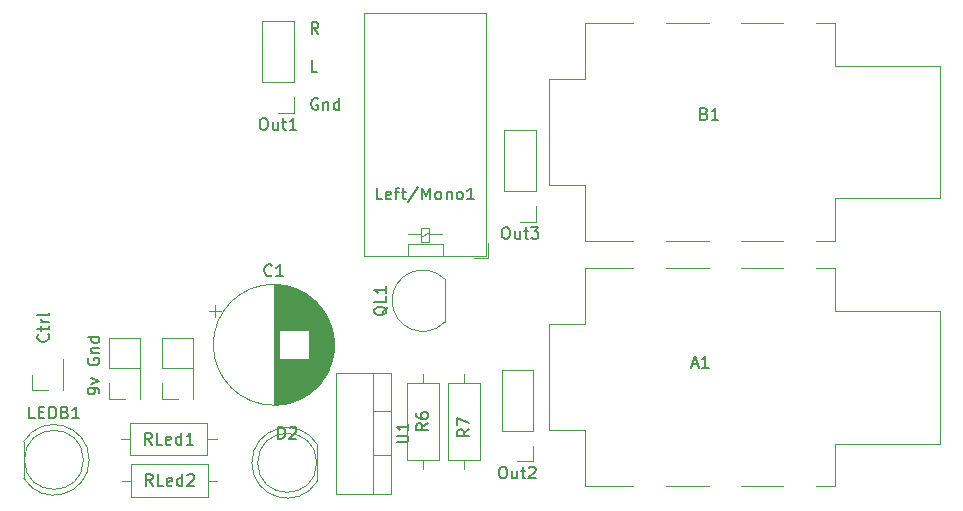
<source format=gbr>
%TF.GenerationSoftware,KiCad,Pcbnew,7.0.9*%
%TF.CreationDate,2023-12-28T12:30:11-05:00*%
%TF.ProjectId,IO,494f2e6b-6963-4616-945f-706362585858,rev?*%
%TF.SameCoordinates,Original*%
%TF.FileFunction,Legend,Top*%
%TF.FilePolarity,Positive*%
%FSLAX46Y46*%
G04 Gerber Fmt 4.6, Leading zero omitted, Abs format (unit mm)*
G04 Created by KiCad (PCBNEW 7.0.9) date 2023-12-28 12:30:11*
%MOMM*%
%LPD*%
G01*
G04 APERTURE LIST*
%ADD10C,0.150000*%
%ADD11C,0.120000*%
G04 APERTURE END LIST*
D10*
X122869819Y-110615601D02*
X122869819Y-110425125D01*
X122869819Y-110425125D02*
X122822200Y-110329887D01*
X122822200Y-110329887D02*
X122774580Y-110282268D01*
X122774580Y-110282268D02*
X122631723Y-110187030D01*
X122631723Y-110187030D02*
X122441247Y-110139411D01*
X122441247Y-110139411D02*
X122060295Y-110139411D01*
X122060295Y-110139411D02*
X121965057Y-110187030D01*
X121965057Y-110187030D02*
X121917438Y-110234649D01*
X121917438Y-110234649D02*
X121869819Y-110329887D01*
X121869819Y-110329887D02*
X121869819Y-110520363D01*
X121869819Y-110520363D02*
X121917438Y-110615601D01*
X121917438Y-110615601D02*
X121965057Y-110663220D01*
X121965057Y-110663220D02*
X122060295Y-110710839D01*
X122060295Y-110710839D02*
X122298390Y-110710839D01*
X122298390Y-110710839D02*
X122393628Y-110663220D01*
X122393628Y-110663220D02*
X122441247Y-110615601D01*
X122441247Y-110615601D02*
X122488866Y-110520363D01*
X122488866Y-110520363D02*
X122488866Y-110329887D01*
X122488866Y-110329887D02*
X122441247Y-110234649D01*
X122441247Y-110234649D02*
X122393628Y-110187030D01*
X122393628Y-110187030D02*
X122298390Y-110139411D01*
X122203152Y-109806077D02*
X122869819Y-109567982D01*
X122869819Y-109567982D02*
X122203152Y-109329887D01*
X121917438Y-107663220D02*
X121869819Y-107758458D01*
X121869819Y-107758458D02*
X121869819Y-107901315D01*
X121869819Y-107901315D02*
X121917438Y-108044172D01*
X121917438Y-108044172D02*
X122012676Y-108139410D01*
X122012676Y-108139410D02*
X122107914Y-108187029D01*
X122107914Y-108187029D02*
X122298390Y-108234648D01*
X122298390Y-108234648D02*
X122441247Y-108234648D01*
X122441247Y-108234648D02*
X122631723Y-108187029D01*
X122631723Y-108187029D02*
X122726961Y-108139410D01*
X122726961Y-108139410D02*
X122822200Y-108044172D01*
X122822200Y-108044172D02*
X122869819Y-107901315D01*
X122869819Y-107901315D02*
X122869819Y-107806077D01*
X122869819Y-107806077D02*
X122822200Y-107663220D01*
X122822200Y-107663220D02*
X122774580Y-107615601D01*
X122774580Y-107615601D02*
X122441247Y-107615601D01*
X122441247Y-107615601D02*
X122441247Y-107806077D01*
X122203152Y-107187029D02*
X122869819Y-107187029D01*
X122298390Y-107187029D02*
X122250771Y-107139410D01*
X122250771Y-107139410D02*
X122203152Y-107044172D01*
X122203152Y-107044172D02*
X122203152Y-106901315D01*
X122203152Y-106901315D02*
X122250771Y-106806077D01*
X122250771Y-106806077D02*
X122346009Y-106758458D01*
X122346009Y-106758458D02*
X122869819Y-106758458D01*
X122869819Y-105853696D02*
X121869819Y-105853696D01*
X122822200Y-105853696D02*
X122869819Y-105948934D01*
X122869819Y-105948934D02*
X122869819Y-106139410D01*
X122869819Y-106139410D02*
X122822200Y-106234648D01*
X122822200Y-106234648D02*
X122774580Y-106282267D01*
X122774580Y-106282267D02*
X122679342Y-106329886D01*
X122679342Y-106329886D02*
X122393628Y-106329886D01*
X122393628Y-106329886D02*
X122298390Y-106282267D01*
X122298390Y-106282267D02*
X122250771Y-106234648D01*
X122250771Y-106234648D02*
X122203152Y-106139410D01*
X122203152Y-106139410D02*
X122203152Y-105948934D01*
X122203152Y-105948934D02*
X122250771Y-105853696D01*
X118524580Y-105616792D02*
X118572200Y-105664411D01*
X118572200Y-105664411D02*
X118619819Y-105807268D01*
X118619819Y-105807268D02*
X118619819Y-105902506D01*
X118619819Y-105902506D02*
X118572200Y-106045363D01*
X118572200Y-106045363D02*
X118476961Y-106140601D01*
X118476961Y-106140601D02*
X118381723Y-106188220D01*
X118381723Y-106188220D02*
X118191247Y-106235839D01*
X118191247Y-106235839D02*
X118048390Y-106235839D01*
X118048390Y-106235839D02*
X117857914Y-106188220D01*
X117857914Y-106188220D02*
X117762676Y-106140601D01*
X117762676Y-106140601D02*
X117667438Y-106045363D01*
X117667438Y-106045363D02*
X117619819Y-105902506D01*
X117619819Y-105902506D02*
X117619819Y-105807268D01*
X117619819Y-105807268D02*
X117667438Y-105664411D01*
X117667438Y-105664411D02*
X117715057Y-105616792D01*
X117953152Y-105331077D02*
X117953152Y-104950125D01*
X117619819Y-105188220D02*
X118476961Y-105188220D01*
X118476961Y-105188220D02*
X118572200Y-105140601D01*
X118572200Y-105140601D02*
X118619819Y-105045363D01*
X118619819Y-105045363D02*
X118619819Y-104950125D01*
X118619819Y-104616791D02*
X117953152Y-104616791D01*
X118143628Y-104616791D02*
X118048390Y-104569172D01*
X118048390Y-104569172D02*
X118000771Y-104521553D01*
X118000771Y-104521553D02*
X117953152Y-104426315D01*
X117953152Y-104426315D02*
X117953152Y-104331077D01*
X118619819Y-103854886D02*
X118572200Y-103950124D01*
X118572200Y-103950124D02*
X118476961Y-103997743D01*
X118476961Y-103997743D02*
X117619819Y-103997743D01*
X141408207Y-80179819D02*
X141074874Y-79703628D01*
X140836779Y-80179819D02*
X140836779Y-79179819D01*
X140836779Y-79179819D02*
X141217731Y-79179819D01*
X141217731Y-79179819D02*
X141312969Y-79227438D01*
X141312969Y-79227438D02*
X141360588Y-79275057D01*
X141360588Y-79275057D02*
X141408207Y-79370295D01*
X141408207Y-79370295D02*
X141408207Y-79513152D01*
X141408207Y-79513152D02*
X141360588Y-79608390D01*
X141360588Y-79608390D02*
X141312969Y-79656009D01*
X141312969Y-79656009D02*
X141217731Y-79703628D01*
X141217731Y-79703628D02*
X140836779Y-79703628D01*
X141312969Y-83399819D02*
X140836779Y-83399819D01*
X140836779Y-83399819D02*
X140836779Y-82399819D01*
X141360588Y-85667438D02*
X141265350Y-85619819D01*
X141265350Y-85619819D02*
X141122493Y-85619819D01*
X141122493Y-85619819D02*
X140979636Y-85667438D01*
X140979636Y-85667438D02*
X140884398Y-85762676D01*
X140884398Y-85762676D02*
X140836779Y-85857914D01*
X140836779Y-85857914D02*
X140789160Y-86048390D01*
X140789160Y-86048390D02*
X140789160Y-86191247D01*
X140789160Y-86191247D02*
X140836779Y-86381723D01*
X140836779Y-86381723D02*
X140884398Y-86476961D01*
X140884398Y-86476961D02*
X140979636Y-86572200D01*
X140979636Y-86572200D02*
X141122493Y-86619819D01*
X141122493Y-86619819D02*
X141217731Y-86619819D01*
X141217731Y-86619819D02*
X141360588Y-86572200D01*
X141360588Y-86572200D02*
X141408207Y-86524580D01*
X141408207Y-86524580D02*
X141408207Y-86191247D01*
X141408207Y-86191247D02*
X141217731Y-86191247D01*
X141836779Y-85953152D02*
X141836779Y-86619819D01*
X141836779Y-86048390D02*
X141884398Y-86000771D01*
X141884398Y-86000771D02*
X141979636Y-85953152D01*
X141979636Y-85953152D02*
X142122493Y-85953152D01*
X142122493Y-85953152D02*
X142217731Y-86000771D01*
X142217731Y-86000771D02*
X142265350Y-86096009D01*
X142265350Y-86096009D02*
X142265350Y-86619819D01*
X143170112Y-86619819D02*
X143170112Y-85619819D01*
X143170112Y-86572200D02*
X143074874Y-86619819D01*
X143074874Y-86619819D02*
X142884398Y-86619819D01*
X142884398Y-86619819D02*
X142789160Y-86572200D01*
X142789160Y-86572200D02*
X142741541Y-86524580D01*
X142741541Y-86524580D02*
X142693922Y-86429342D01*
X142693922Y-86429342D02*
X142693922Y-86143628D01*
X142693922Y-86143628D02*
X142741541Y-86048390D01*
X142741541Y-86048390D02*
X142789160Y-86000771D01*
X142789160Y-86000771D02*
X142884398Y-85953152D01*
X142884398Y-85953152D02*
X143074874Y-85953152D01*
X143074874Y-85953152D02*
X143170112Y-86000771D01*
X174095238Y-86931009D02*
X174238095Y-86978628D01*
X174238095Y-86978628D02*
X174285714Y-87026247D01*
X174285714Y-87026247D02*
X174333333Y-87121485D01*
X174333333Y-87121485D02*
X174333333Y-87264342D01*
X174333333Y-87264342D02*
X174285714Y-87359580D01*
X174285714Y-87359580D02*
X174238095Y-87407200D01*
X174238095Y-87407200D02*
X174142857Y-87454819D01*
X174142857Y-87454819D02*
X173761905Y-87454819D01*
X173761905Y-87454819D02*
X173761905Y-86454819D01*
X173761905Y-86454819D02*
X174095238Y-86454819D01*
X174095238Y-86454819D02*
X174190476Y-86502438D01*
X174190476Y-86502438D02*
X174238095Y-86550057D01*
X174238095Y-86550057D02*
X174285714Y-86645295D01*
X174285714Y-86645295D02*
X174285714Y-86740533D01*
X174285714Y-86740533D02*
X174238095Y-86835771D01*
X174238095Y-86835771D02*
X174190476Y-86883390D01*
X174190476Y-86883390D02*
X174095238Y-86931009D01*
X174095238Y-86931009D02*
X173761905Y-86931009D01*
X175285714Y-87454819D02*
X174714286Y-87454819D01*
X175000000Y-87454819D02*
X175000000Y-86454819D01*
X175000000Y-86454819D02*
X174904762Y-86597676D01*
X174904762Y-86597676D02*
X174809524Y-86692914D01*
X174809524Y-86692914D02*
X174714286Y-86740533D01*
X154184819Y-113666666D02*
X153708628Y-113999999D01*
X154184819Y-114238094D02*
X153184819Y-114238094D01*
X153184819Y-114238094D02*
X153184819Y-113857142D01*
X153184819Y-113857142D02*
X153232438Y-113761904D01*
X153232438Y-113761904D02*
X153280057Y-113714285D01*
X153280057Y-113714285D02*
X153375295Y-113666666D01*
X153375295Y-113666666D02*
X153518152Y-113666666D01*
X153518152Y-113666666D02*
X153613390Y-113714285D01*
X153613390Y-113714285D02*
X153661009Y-113761904D01*
X153661009Y-113761904D02*
X153708628Y-113857142D01*
X153708628Y-113857142D02*
X153708628Y-114238094D01*
X153184819Y-113333332D02*
X153184819Y-112666666D01*
X153184819Y-112666666D02*
X154184819Y-113095237D01*
X147240057Y-103270000D02*
X147192438Y-103365238D01*
X147192438Y-103365238D02*
X147097200Y-103460476D01*
X147097200Y-103460476D02*
X146954342Y-103603333D01*
X146954342Y-103603333D02*
X146906723Y-103698571D01*
X146906723Y-103698571D02*
X146906723Y-103793809D01*
X147144819Y-103746190D02*
X147097200Y-103841428D01*
X147097200Y-103841428D02*
X147001961Y-103936666D01*
X147001961Y-103936666D02*
X146811485Y-103984285D01*
X146811485Y-103984285D02*
X146478152Y-103984285D01*
X146478152Y-103984285D02*
X146287676Y-103936666D01*
X146287676Y-103936666D02*
X146192438Y-103841428D01*
X146192438Y-103841428D02*
X146144819Y-103746190D01*
X146144819Y-103746190D02*
X146144819Y-103555714D01*
X146144819Y-103555714D02*
X146192438Y-103460476D01*
X146192438Y-103460476D02*
X146287676Y-103365238D01*
X146287676Y-103365238D02*
X146478152Y-103317619D01*
X146478152Y-103317619D02*
X146811485Y-103317619D01*
X146811485Y-103317619D02*
X147001961Y-103365238D01*
X147001961Y-103365238D02*
X147097200Y-103460476D01*
X147097200Y-103460476D02*
X147144819Y-103555714D01*
X147144819Y-103555714D02*
X147144819Y-103746190D01*
X147144819Y-102412857D02*
X147144819Y-102889047D01*
X147144819Y-102889047D02*
X146144819Y-102889047D01*
X147144819Y-101555714D02*
X147144819Y-102127142D01*
X147144819Y-101841428D02*
X146144819Y-101841428D01*
X146144819Y-101841428D02*
X146287676Y-101936666D01*
X146287676Y-101936666D02*
X146382914Y-102031904D01*
X146382914Y-102031904D02*
X146430533Y-102127142D01*
X117400952Y-112744819D02*
X116924762Y-112744819D01*
X116924762Y-112744819D02*
X116924762Y-111744819D01*
X117734286Y-112221009D02*
X118067619Y-112221009D01*
X118210476Y-112744819D02*
X117734286Y-112744819D01*
X117734286Y-112744819D02*
X117734286Y-111744819D01*
X117734286Y-111744819D02*
X118210476Y-111744819D01*
X118639048Y-112744819D02*
X118639048Y-111744819D01*
X118639048Y-111744819D02*
X118877143Y-111744819D01*
X118877143Y-111744819D02*
X119020000Y-111792438D01*
X119020000Y-111792438D02*
X119115238Y-111887676D01*
X119115238Y-111887676D02*
X119162857Y-111982914D01*
X119162857Y-111982914D02*
X119210476Y-112173390D01*
X119210476Y-112173390D02*
X119210476Y-112316247D01*
X119210476Y-112316247D02*
X119162857Y-112506723D01*
X119162857Y-112506723D02*
X119115238Y-112601961D01*
X119115238Y-112601961D02*
X119020000Y-112697200D01*
X119020000Y-112697200D02*
X118877143Y-112744819D01*
X118877143Y-112744819D02*
X118639048Y-112744819D01*
X119972381Y-112221009D02*
X120115238Y-112268628D01*
X120115238Y-112268628D02*
X120162857Y-112316247D01*
X120162857Y-112316247D02*
X120210476Y-112411485D01*
X120210476Y-112411485D02*
X120210476Y-112554342D01*
X120210476Y-112554342D02*
X120162857Y-112649580D01*
X120162857Y-112649580D02*
X120115238Y-112697200D01*
X120115238Y-112697200D02*
X120020000Y-112744819D01*
X120020000Y-112744819D02*
X119639048Y-112744819D01*
X119639048Y-112744819D02*
X119639048Y-111744819D01*
X119639048Y-111744819D02*
X119972381Y-111744819D01*
X119972381Y-111744819D02*
X120067619Y-111792438D01*
X120067619Y-111792438D02*
X120115238Y-111840057D01*
X120115238Y-111840057D02*
X120162857Y-111935295D01*
X120162857Y-111935295D02*
X120162857Y-112030533D01*
X120162857Y-112030533D02*
X120115238Y-112125771D01*
X120115238Y-112125771D02*
X120067619Y-112173390D01*
X120067619Y-112173390D02*
X119972381Y-112221009D01*
X119972381Y-112221009D02*
X119639048Y-112221009D01*
X121162857Y-112744819D02*
X120591429Y-112744819D01*
X120877143Y-112744819D02*
X120877143Y-111744819D01*
X120877143Y-111744819D02*
X120781905Y-111887676D01*
X120781905Y-111887676D02*
X120686667Y-111982914D01*
X120686667Y-111982914D02*
X120591429Y-112030533D01*
X157190476Y-96534819D02*
X157380952Y-96534819D01*
X157380952Y-96534819D02*
X157476190Y-96582438D01*
X157476190Y-96582438D02*
X157571428Y-96677676D01*
X157571428Y-96677676D02*
X157619047Y-96868152D01*
X157619047Y-96868152D02*
X157619047Y-97201485D01*
X157619047Y-97201485D02*
X157571428Y-97391961D01*
X157571428Y-97391961D02*
X157476190Y-97487200D01*
X157476190Y-97487200D02*
X157380952Y-97534819D01*
X157380952Y-97534819D02*
X157190476Y-97534819D01*
X157190476Y-97534819D02*
X157095238Y-97487200D01*
X157095238Y-97487200D02*
X157000000Y-97391961D01*
X157000000Y-97391961D02*
X156952381Y-97201485D01*
X156952381Y-97201485D02*
X156952381Y-96868152D01*
X156952381Y-96868152D02*
X157000000Y-96677676D01*
X157000000Y-96677676D02*
X157095238Y-96582438D01*
X157095238Y-96582438D02*
X157190476Y-96534819D01*
X158476190Y-96868152D02*
X158476190Y-97534819D01*
X158047619Y-96868152D02*
X158047619Y-97391961D01*
X158047619Y-97391961D02*
X158095238Y-97487200D01*
X158095238Y-97487200D02*
X158190476Y-97534819D01*
X158190476Y-97534819D02*
X158333333Y-97534819D01*
X158333333Y-97534819D02*
X158428571Y-97487200D01*
X158428571Y-97487200D02*
X158476190Y-97439580D01*
X158809524Y-96868152D02*
X159190476Y-96868152D01*
X158952381Y-96534819D02*
X158952381Y-97391961D01*
X158952381Y-97391961D02*
X159000000Y-97487200D01*
X159000000Y-97487200D02*
X159095238Y-97534819D01*
X159095238Y-97534819D02*
X159190476Y-97534819D01*
X159428572Y-96534819D02*
X160047619Y-96534819D01*
X160047619Y-96534819D02*
X159714286Y-96915771D01*
X159714286Y-96915771D02*
X159857143Y-96915771D01*
X159857143Y-96915771D02*
X159952381Y-96963390D01*
X159952381Y-96963390D02*
X160000000Y-97011009D01*
X160000000Y-97011009D02*
X160047619Y-97106247D01*
X160047619Y-97106247D02*
X160047619Y-97344342D01*
X160047619Y-97344342D02*
X160000000Y-97439580D01*
X160000000Y-97439580D02*
X159952381Y-97487200D01*
X159952381Y-97487200D02*
X159857143Y-97534819D01*
X159857143Y-97534819D02*
X159571429Y-97534819D01*
X159571429Y-97534819D02*
X159476191Y-97487200D01*
X159476191Y-97487200D02*
X159428572Y-97439580D01*
X127377618Y-118454819D02*
X127044285Y-117978628D01*
X126806190Y-118454819D02*
X126806190Y-117454819D01*
X126806190Y-117454819D02*
X127187142Y-117454819D01*
X127187142Y-117454819D02*
X127282380Y-117502438D01*
X127282380Y-117502438D02*
X127329999Y-117550057D01*
X127329999Y-117550057D02*
X127377618Y-117645295D01*
X127377618Y-117645295D02*
X127377618Y-117788152D01*
X127377618Y-117788152D02*
X127329999Y-117883390D01*
X127329999Y-117883390D02*
X127282380Y-117931009D01*
X127282380Y-117931009D02*
X127187142Y-117978628D01*
X127187142Y-117978628D02*
X126806190Y-117978628D01*
X128282380Y-118454819D02*
X127806190Y-118454819D01*
X127806190Y-118454819D02*
X127806190Y-117454819D01*
X128996666Y-118407200D02*
X128901428Y-118454819D01*
X128901428Y-118454819D02*
X128710952Y-118454819D01*
X128710952Y-118454819D02*
X128615714Y-118407200D01*
X128615714Y-118407200D02*
X128568095Y-118311961D01*
X128568095Y-118311961D02*
X128568095Y-117931009D01*
X128568095Y-117931009D02*
X128615714Y-117835771D01*
X128615714Y-117835771D02*
X128710952Y-117788152D01*
X128710952Y-117788152D02*
X128901428Y-117788152D01*
X128901428Y-117788152D02*
X128996666Y-117835771D01*
X128996666Y-117835771D02*
X129044285Y-117931009D01*
X129044285Y-117931009D02*
X129044285Y-118026247D01*
X129044285Y-118026247D02*
X128568095Y-118121485D01*
X129901428Y-118454819D02*
X129901428Y-117454819D01*
X129901428Y-118407200D02*
X129806190Y-118454819D01*
X129806190Y-118454819D02*
X129615714Y-118454819D01*
X129615714Y-118454819D02*
X129520476Y-118407200D01*
X129520476Y-118407200D02*
X129472857Y-118359580D01*
X129472857Y-118359580D02*
X129425238Y-118264342D01*
X129425238Y-118264342D02*
X129425238Y-117978628D01*
X129425238Y-117978628D02*
X129472857Y-117883390D01*
X129472857Y-117883390D02*
X129520476Y-117835771D01*
X129520476Y-117835771D02*
X129615714Y-117788152D01*
X129615714Y-117788152D02*
X129806190Y-117788152D01*
X129806190Y-117788152D02*
X129901428Y-117835771D01*
X130330000Y-117550057D02*
X130377619Y-117502438D01*
X130377619Y-117502438D02*
X130472857Y-117454819D01*
X130472857Y-117454819D02*
X130710952Y-117454819D01*
X130710952Y-117454819D02*
X130806190Y-117502438D01*
X130806190Y-117502438D02*
X130853809Y-117550057D01*
X130853809Y-117550057D02*
X130901428Y-117645295D01*
X130901428Y-117645295D02*
X130901428Y-117740533D01*
X130901428Y-117740533D02*
X130853809Y-117883390D01*
X130853809Y-117883390D02*
X130282381Y-118454819D01*
X130282381Y-118454819D02*
X130901428Y-118454819D01*
X173035714Y-108169104D02*
X173511904Y-108169104D01*
X172940476Y-108454819D02*
X173273809Y-107454819D01*
X173273809Y-107454819D02*
X173607142Y-108454819D01*
X174464285Y-108454819D02*
X173892857Y-108454819D01*
X174178571Y-108454819D02*
X174178571Y-107454819D01*
X174178571Y-107454819D02*
X174083333Y-107597676D01*
X174083333Y-107597676D02*
X173988095Y-107692914D01*
X173988095Y-107692914D02*
X173892857Y-107740533D01*
X156940476Y-116824819D02*
X157130952Y-116824819D01*
X157130952Y-116824819D02*
X157226190Y-116872438D01*
X157226190Y-116872438D02*
X157321428Y-116967676D01*
X157321428Y-116967676D02*
X157369047Y-117158152D01*
X157369047Y-117158152D02*
X157369047Y-117491485D01*
X157369047Y-117491485D02*
X157321428Y-117681961D01*
X157321428Y-117681961D02*
X157226190Y-117777200D01*
X157226190Y-117777200D02*
X157130952Y-117824819D01*
X157130952Y-117824819D02*
X156940476Y-117824819D01*
X156940476Y-117824819D02*
X156845238Y-117777200D01*
X156845238Y-117777200D02*
X156750000Y-117681961D01*
X156750000Y-117681961D02*
X156702381Y-117491485D01*
X156702381Y-117491485D02*
X156702381Y-117158152D01*
X156702381Y-117158152D02*
X156750000Y-116967676D01*
X156750000Y-116967676D02*
X156845238Y-116872438D01*
X156845238Y-116872438D02*
X156940476Y-116824819D01*
X158226190Y-117158152D02*
X158226190Y-117824819D01*
X157797619Y-117158152D02*
X157797619Y-117681961D01*
X157797619Y-117681961D02*
X157845238Y-117777200D01*
X157845238Y-117777200D02*
X157940476Y-117824819D01*
X157940476Y-117824819D02*
X158083333Y-117824819D01*
X158083333Y-117824819D02*
X158178571Y-117777200D01*
X158178571Y-117777200D02*
X158226190Y-117729580D01*
X158559524Y-117158152D02*
X158940476Y-117158152D01*
X158702381Y-116824819D02*
X158702381Y-117681961D01*
X158702381Y-117681961D02*
X158750000Y-117777200D01*
X158750000Y-117777200D02*
X158845238Y-117824819D01*
X158845238Y-117824819D02*
X158940476Y-117824819D01*
X159226191Y-116920057D02*
X159273810Y-116872438D01*
X159273810Y-116872438D02*
X159369048Y-116824819D01*
X159369048Y-116824819D02*
X159607143Y-116824819D01*
X159607143Y-116824819D02*
X159702381Y-116872438D01*
X159702381Y-116872438D02*
X159750000Y-116920057D01*
X159750000Y-116920057D02*
X159797619Y-117015295D01*
X159797619Y-117015295D02*
X159797619Y-117110533D01*
X159797619Y-117110533D02*
X159750000Y-117253390D01*
X159750000Y-117253390D02*
X159178572Y-117824819D01*
X159178572Y-117824819D02*
X159797619Y-117824819D01*
X127297618Y-114954819D02*
X126964285Y-114478628D01*
X126726190Y-114954819D02*
X126726190Y-113954819D01*
X126726190Y-113954819D02*
X127107142Y-113954819D01*
X127107142Y-113954819D02*
X127202380Y-114002438D01*
X127202380Y-114002438D02*
X127249999Y-114050057D01*
X127249999Y-114050057D02*
X127297618Y-114145295D01*
X127297618Y-114145295D02*
X127297618Y-114288152D01*
X127297618Y-114288152D02*
X127249999Y-114383390D01*
X127249999Y-114383390D02*
X127202380Y-114431009D01*
X127202380Y-114431009D02*
X127107142Y-114478628D01*
X127107142Y-114478628D02*
X126726190Y-114478628D01*
X128202380Y-114954819D02*
X127726190Y-114954819D01*
X127726190Y-114954819D02*
X127726190Y-113954819D01*
X128916666Y-114907200D02*
X128821428Y-114954819D01*
X128821428Y-114954819D02*
X128630952Y-114954819D01*
X128630952Y-114954819D02*
X128535714Y-114907200D01*
X128535714Y-114907200D02*
X128488095Y-114811961D01*
X128488095Y-114811961D02*
X128488095Y-114431009D01*
X128488095Y-114431009D02*
X128535714Y-114335771D01*
X128535714Y-114335771D02*
X128630952Y-114288152D01*
X128630952Y-114288152D02*
X128821428Y-114288152D01*
X128821428Y-114288152D02*
X128916666Y-114335771D01*
X128916666Y-114335771D02*
X128964285Y-114431009D01*
X128964285Y-114431009D02*
X128964285Y-114526247D01*
X128964285Y-114526247D02*
X128488095Y-114621485D01*
X129821428Y-114954819D02*
X129821428Y-113954819D01*
X129821428Y-114907200D02*
X129726190Y-114954819D01*
X129726190Y-114954819D02*
X129535714Y-114954819D01*
X129535714Y-114954819D02*
X129440476Y-114907200D01*
X129440476Y-114907200D02*
X129392857Y-114859580D01*
X129392857Y-114859580D02*
X129345238Y-114764342D01*
X129345238Y-114764342D02*
X129345238Y-114478628D01*
X129345238Y-114478628D02*
X129392857Y-114383390D01*
X129392857Y-114383390D02*
X129440476Y-114335771D01*
X129440476Y-114335771D02*
X129535714Y-114288152D01*
X129535714Y-114288152D02*
X129726190Y-114288152D01*
X129726190Y-114288152D02*
X129821428Y-114335771D01*
X130821428Y-114954819D02*
X130250000Y-114954819D01*
X130535714Y-114954819D02*
X130535714Y-113954819D01*
X130535714Y-113954819D02*
X130440476Y-114097676D01*
X130440476Y-114097676D02*
X130345238Y-114192914D01*
X130345238Y-114192914D02*
X130250000Y-114240533D01*
X146833451Y-94204819D02*
X146357261Y-94204819D01*
X146357261Y-94204819D02*
X146357261Y-93204819D01*
X147547737Y-94157200D02*
X147452499Y-94204819D01*
X147452499Y-94204819D02*
X147262023Y-94204819D01*
X147262023Y-94204819D02*
X147166785Y-94157200D01*
X147166785Y-94157200D02*
X147119166Y-94061961D01*
X147119166Y-94061961D02*
X147119166Y-93681009D01*
X147119166Y-93681009D02*
X147166785Y-93585771D01*
X147166785Y-93585771D02*
X147262023Y-93538152D01*
X147262023Y-93538152D02*
X147452499Y-93538152D01*
X147452499Y-93538152D02*
X147547737Y-93585771D01*
X147547737Y-93585771D02*
X147595356Y-93681009D01*
X147595356Y-93681009D02*
X147595356Y-93776247D01*
X147595356Y-93776247D02*
X147119166Y-93871485D01*
X147881071Y-93538152D02*
X148262023Y-93538152D01*
X148023928Y-94204819D02*
X148023928Y-93347676D01*
X148023928Y-93347676D02*
X148071547Y-93252438D01*
X148071547Y-93252438D02*
X148166785Y-93204819D01*
X148166785Y-93204819D02*
X148262023Y-93204819D01*
X148452500Y-93538152D02*
X148833452Y-93538152D01*
X148595357Y-93204819D02*
X148595357Y-94061961D01*
X148595357Y-94061961D02*
X148642976Y-94157200D01*
X148642976Y-94157200D02*
X148738214Y-94204819D01*
X148738214Y-94204819D02*
X148833452Y-94204819D01*
X149881071Y-93157200D02*
X149023929Y-94442914D01*
X150214405Y-94204819D02*
X150214405Y-93204819D01*
X150214405Y-93204819D02*
X150547738Y-93919104D01*
X150547738Y-93919104D02*
X150881071Y-93204819D01*
X150881071Y-93204819D02*
X150881071Y-94204819D01*
X151500119Y-94204819D02*
X151404881Y-94157200D01*
X151404881Y-94157200D02*
X151357262Y-94109580D01*
X151357262Y-94109580D02*
X151309643Y-94014342D01*
X151309643Y-94014342D02*
X151309643Y-93728628D01*
X151309643Y-93728628D02*
X151357262Y-93633390D01*
X151357262Y-93633390D02*
X151404881Y-93585771D01*
X151404881Y-93585771D02*
X151500119Y-93538152D01*
X151500119Y-93538152D02*
X151642976Y-93538152D01*
X151642976Y-93538152D02*
X151738214Y-93585771D01*
X151738214Y-93585771D02*
X151785833Y-93633390D01*
X151785833Y-93633390D02*
X151833452Y-93728628D01*
X151833452Y-93728628D02*
X151833452Y-94014342D01*
X151833452Y-94014342D02*
X151785833Y-94109580D01*
X151785833Y-94109580D02*
X151738214Y-94157200D01*
X151738214Y-94157200D02*
X151642976Y-94204819D01*
X151642976Y-94204819D02*
X151500119Y-94204819D01*
X152262024Y-93538152D02*
X152262024Y-94204819D01*
X152262024Y-93633390D02*
X152309643Y-93585771D01*
X152309643Y-93585771D02*
X152404881Y-93538152D01*
X152404881Y-93538152D02*
X152547738Y-93538152D01*
X152547738Y-93538152D02*
X152642976Y-93585771D01*
X152642976Y-93585771D02*
X152690595Y-93681009D01*
X152690595Y-93681009D02*
X152690595Y-94204819D01*
X153309643Y-94204819D02*
X153214405Y-94157200D01*
X153214405Y-94157200D02*
X153166786Y-94109580D01*
X153166786Y-94109580D02*
X153119167Y-94014342D01*
X153119167Y-94014342D02*
X153119167Y-93728628D01*
X153119167Y-93728628D02*
X153166786Y-93633390D01*
X153166786Y-93633390D02*
X153214405Y-93585771D01*
X153214405Y-93585771D02*
X153309643Y-93538152D01*
X153309643Y-93538152D02*
X153452500Y-93538152D01*
X153452500Y-93538152D02*
X153547738Y-93585771D01*
X153547738Y-93585771D02*
X153595357Y-93633390D01*
X153595357Y-93633390D02*
X153642976Y-93728628D01*
X153642976Y-93728628D02*
X153642976Y-94014342D01*
X153642976Y-94014342D02*
X153595357Y-94109580D01*
X153595357Y-94109580D02*
X153547738Y-94157200D01*
X153547738Y-94157200D02*
X153452500Y-94204819D01*
X153452500Y-94204819D02*
X153309643Y-94204819D01*
X154595357Y-94204819D02*
X154023929Y-94204819D01*
X154309643Y-94204819D02*
X154309643Y-93204819D01*
X154309643Y-93204819D02*
X154214405Y-93347676D01*
X154214405Y-93347676D02*
X154119167Y-93442914D01*
X154119167Y-93442914D02*
X154023929Y-93490533D01*
X137465656Y-100609580D02*
X137418037Y-100657200D01*
X137418037Y-100657200D02*
X137275180Y-100704819D01*
X137275180Y-100704819D02*
X137179942Y-100704819D01*
X137179942Y-100704819D02*
X137037085Y-100657200D01*
X137037085Y-100657200D02*
X136941847Y-100561961D01*
X136941847Y-100561961D02*
X136894228Y-100466723D01*
X136894228Y-100466723D02*
X136846609Y-100276247D01*
X136846609Y-100276247D02*
X136846609Y-100133390D01*
X136846609Y-100133390D02*
X136894228Y-99942914D01*
X136894228Y-99942914D02*
X136941847Y-99847676D01*
X136941847Y-99847676D02*
X137037085Y-99752438D01*
X137037085Y-99752438D02*
X137179942Y-99704819D01*
X137179942Y-99704819D02*
X137275180Y-99704819D01*
X137275180Y-99704819D02*
X137418037Y-99752438D01*
X137418037Y-99752438D02*
X137465656Y-99800057D01*
X138418037Y-100704819D02*
X137846609Y-100704819D01*
X138132323Y-100704819D02*
X138132323Y-99704819D01*
X138132323Y-99704819D02*
X138037085Y-99847676D01*
X138037085Y-99847676D02*
X137941847Y-99942914D01*
X137941847Y-99942914D02*
X137846609Y-99990533D01*
X148029819Y-114761904D02*
X148839342Y-114761904D01*
X148839342Y-114761904D02*
X148934580Y-114714285D01*
X148934580Y-114714285D02*
X148982200Y-114666666D01*
X148982200Y-114666666D02*
X149029819Y-114571428D01*
X149029819Y-114571428D02*
X149029819Y-114380952D01*
X149029819Y-114380952D02*
X148982200Y-114285714D01*
X148982200Y-114285714D02*
X148934580Y-114238095D01*
X148934580Y-114238095D02*
X148839342Y-114190476D01*
X148839342Y-114190476D02*
X148029819Y-114190476D01*
X149029819Y-113190476D02*
X149029819Y-113761904D01*
X149029819Y-113476190D02*
X148029819Y-113476190D01*
X148029819Y-113476190D02*
X148172676Y-113571428D01*
X148172676Y-113571428D02*
X148267914Y-113666666D01*
X148267914Y-113666666D02*
X148315533Y-113761904D01*
X150684819Y-113166666D02*
X150208628Y-113499999D01*
X150684819Y-113738094D02*
X149684819Y-113738094D01*
X149684819Y-113738094D02*
X149684819Y-113357142D01*
X149684819Y-113357142D02*
X149732438Y-113261904D01*
X149732438Y-113261904D02*
X149780057Y-113214285D01*
X149780057Y-113214285D02*
X149875295Y-113166666D01*
X149875295Y-113166666D02*
X150018152Y-113166666D01*
X150018152Y-113166666D02*
X150113390Y-113214285D01*
X150113390Y-113214285D02*
X150161009Y-113261904D01*
X150161009Y-113261904D02*
X150208628Y-113357142D01*
X150208628Y-113357142D02*
X150208628Y-113738094D01*
X149684819Y-112309523D02*
X149684819Y-112499999D01*
X149684819Y-112499999D02*
X149732438Y-112595237D01*
X149732438Y-112595237D02*
X149780057Y-112642856D01*
X149780057Y-112642856D02*
X149922914Y-112738094D01*
X149922914Y-112738094D02*
X150113390Y-112785713D01*
X150113390Y-112785713D02*
X150494342Y-112785713D01*
X150494342Y-112785713D02*
X150589580Y-112738094D01*
X150589580Y-112738094D02*
X150637200Y-112690475D01*
X150637200Y-112690475D02*
X150684819Y-112595237D01*
X150684819Y-112595237D02*
X150684819Y-112404761D01*
X150684819Y-112404761D02*
X150637200Y-112309523D01*
X150637200Y-112309523D02*
X150589580Y-112261904D01*
X150589580Y-112261904D02*
X150494342Y-112214285D01*
X150494342Y-112214285D02*
X150256247Y-112214285D01*
X150256247Y-112214285D02*
X150161009Y-112261904D01*
X150161009Y-112261904D02*
X150113390Y-112309523D01*
X150113390Y-112309523D02*
X150065771Y-112404761D01*
X150065771Y-112404761D02*
X150065771Y-112595237D01*
X150065771Y-112595237D02*
X150113390Y-112690475D01*
X150113390Y-112690475D02*
X150161009Y-112738094D01*
X150161009Y-112738094D02*
X150256247Y-112785713D01*
X138031905Y-114454819D02*
X138031905Y-113454819D01*
X138031905Y-113454819D02*
X138270000Y-113454819D01*
X138270000Y-113454819D02*
X138412857Y-113502438D01*
X138412857Y-113502438D02*
X138508095Y-113597676D01*
X138508095Y-113597676D02*
X138555714Y-113692914D01*
X138555714Y-113692914D02*
X138603333Y-113883390D01*
X138603333Y-113883390D02*
X138603333Y-114026247D01*
X138603333Y-114026247D02*
X138555714Y-114216723D01*
X138555714Y-114216723D02*
X138508095Y-114311961D01*
X138508095Y-114311961D02*
X138412857Y-114407200D01*
X138412857Y-114407200D02*
X138270000Y-114454819D01*
X138270000Y-114454819D02*
X138031905Y-114454819D01*
X138984286Y-113550057D02*
X139031905Y-113502438D01*
X139031905Y-113502438D02*
X139127143Y-113454819D01*
X139127143Y-113454819D02*
X139365238Y-113454819D01*
X139365238Y-113454819D02*
X139460476Y-113502438D01*
X139460476Y-113502438D02*
X139508095Y-113550057D01*
X139508095Y-113550057D02*
X139555714Y-113645295D01*
X139555714Y-113645295D02*
X139555714Y-113740533D01*
X139555714Y-113740533D02*
X139508095Y-113883390D01*
X139508095Y-113883390D02*
X138936667Y-114454819D01*
X138936667Y-114454819D02*
X139555714Y-114454819D01*
X136690476Y-87309819D02*
X136880952Y-87309819D01*
X136880952Y-87309819D02*
X136976190Y-87357438D01*
X136976190Y-87357438D02*
X137071428Y-87452676D01*
X137071428Y-87452676D02*
X137119047Y-87643152D01*
X137119047Y-87643152D02*
X137119047Y-87976485D01*
X137119047Y-87976485D02*
X137071428Y-88166961D01*
X137071428Y-88166961D02*
X136976190Y-88262200D01*
X136976190Y-88262200D02*
X136880952Y-88309819D01*
X136880952Y-88309819D02*
X136690476Y-88309819D01*
X136690476Y-88309819D02*
X136595238Y-88262200D01*
X136595238Y-88262200D02*
X136500000Y-88166961D01*
X136500000Y-88166961D02*
X136452381Y-87976485D01*
X136452381Y-87976485D02*
X136452381Y-87643152D01*
X136452381Y-87643152D02*
X136500000Y-87452676D01*
X136500000Y-87452676D02*
X136595238Y-87357438D01*
X136595238Y-87357438D02*
X136690476Y-87309819D01*
X137976190Y-87643152D02*
X137976190Y-88309819D01*
X137547619Y-87643152D02*
X137547619Y-88166961D01*
X137547619Y-88166961D02*
X137595238Y-88262200D01*
X137595238Y-88262200D02*
X137690476Y-88309819D01*
X137690476Y-88309819D02*
X137833333Y-88309819D01*
X137833333Y-88309819D02*
X137928571Y-88262200D01*
X137928571Y-88262200D02*
X137976190Y-88214580D01*
X138309524Y-87643152D02*
X138690476Y-87643152D01*
X138452381Y-87309819D02*
X138452381Y-88166961D01*
X138452381Y-88166961D02*
X138500000Y-88262200D01*
X138500000Y-88262200D02*
X138595238Y-88309819D01*
X138595238Y-88309819D02*
X138690476Y-88309819D01*
X139547619Y-88309819D02*
X138976191Y-88309819D01*
X139261905Y-88309819D02*
X139261905Y-87309819D01*
X139261905Y-87309819D02*
X139166667Y-87452676D01*
X139166667Y-87452676D02*
X139071429Y-87547914D01*
X139071429Y-87547914D02*
X138976191Y-87595533D01*
D11*
%TO.C,B1*%
X160955000Y-84030000D02*
X163955000Y-84030000D01*
X160955000Y-92930000D02*
X160955000Y-84030000D01*
X160955000Y-92970000D02*
X163955000Y-92970000D01*
X163955000Y-79280000D02*
X168075000Y-79280000D01*
X163955000Y-84030000D02*
X163955000Y-79280000D01*
X163955000Y-97720000D02*
X163955000Y-92970000D01*
X168075000Y-97720000D02*
X163955000Y-97720000D01*
X170875000Y-79280000D02*
X174475000Y-79280000D01*
X174475000Y-97720000D02*
X170875000Y-97720000D01*
X177175000Y-79280000D02*
X180775000Y-79280000D01*
X180775000Y-97720000D02*
X177175000Y-97720000D01*
X185195000Y-79280000D02*
X183575000Y-79280000D01*
X185195000Y-82880000D02*
X185195000Y-79280000D01*
X185195000Y-82880000D02*
X194045000Y-82880000D01*
X185195000Y-94120000D02*
X194045000Y-94120000D01*
X185195000Y-97720000D02*
X183575000Y-97720000D01*
X185195000Y-97720000D02*
X185195000Y-94120000D01*
X194045000Y-94120000D02*
X194045000Y-82880000D01*
%TO.C,R7*%
X153750000Y-108960000D02*
X153750000Y-109730000D01*
X155120000Y-109730000D02*
X152380000Y-109730000D01*
X152380000Y-109730000D02*
X152380000Y-116270000D01*
X155120000Y-116270000D02*
X155120000Y-109730000D01*
X152380000Y-116270000D02*
X155120000Y-116270000D01*
X153750000Y-117040000D02*
X153750000Y-116270000D01*
%TO.C,QL1*%
X152100000Y-104570000D02*
X152100000Y-100970000D01*
X147650000Y-102770000D02*
G75*
G03*
X152088478Y-104608478I2600000J0D01*
G01*
X152088478Y-100931522D02*
G75*
G03*
X147650000Y-102770000I-1838478J-1838478D01*
G01*
%TO.C,LEDB1*%
X116460000Y-114705000D02*
X116460000Y-117795000D01*
X122009999Y-116250462D02*
G75*
G03*
X116460001Y-114705170I-2989999J462D01*
G01*
X116460000Y-117794830D02*
G75*
G03*
X122010000Y-116249538I2560000J1544830D01*
G01*
X121520000Y-116250000D02*
G75*
G03*
X121520000Y-116250000I-2500000J0D01*
G01*
%TO.C,Out3*%
X159830000Y-96080000D02*
X158500000Y-96080000D01*
X159830000Y-94750000D02*
X159830000Y-96080000D01*
X159830000Y-93480000D02*
X159830000Y-88340000D01*
X159830000Y-93480000D02*
X157170000Y-93480000D01*
X159830000Y-88340000D02*
X157170000Y-88340000D01*
X157170000Y-93480000D02*
X157170000Y-88340000D01*
%TO.C,J3*%
X123670000Y-111105000D02*
X123670000Y-109775000D01*
X125000000Y-111105000D02*
X123670000Y-111105000D01*
X126270000Y-111105000D02*
X126330000Y-111105000D01*
X126270000Y-111105000D02*
X126270000Y-108505000D01*
X126330000Y-111105000D02*
X126330000Y-105905000D01*
X123670000Y-108505000D02*
X123670000Y-105905000D01*
X126270000Y-108505000D02*
X123670000Y-108505000D01*
X123670000Y-105905000D02*
X126330000Y-105905000D01*
%TO.C,RLed2*%
X124790000Y-118000000D02*
X125560000Y-118000000D01*
X125560000Y-116630000D02*
X125560000Y-119370000D01*
X125560000Y-119370000D02*
X132100000Y-119370000D01*
X132100000Y-116630000D02*
X125560000Y-116630000D01*
X132100000Y-119370000D02*
X132100000Y-116630000D01*
X132870000Y-118000000D02*
X132100000Y-118000000D01*
%TO.C,A1*%
X160955000Y-104780000D02*
X163955000Y-104780000D01*
X160955000Y-113680000D02*
X160955000Y-104780000D01*
X160955000Y-113720000D02*
X163955000Y-113720000D01*
X163955000Y-100030000D02*
X168075000Y-100030000D01*
X163955000Y-104780000D02*
X163955000Y-100030000D01*
X163955000Y-118470000D02*
X163955000Y-113720000D01*
X168075000Y-118470000D02*
X163955000Y-118470000D01*
X170875000Y-100030000D02*
X174475000Y-100030000D01*
X174475000Y-118470000D02*
X170875000Y-118470000D01*
X177175000Y-100030000D02*
X180775000Y-100030000D01*
X180775000Y-118470000D02*
X177175000Y-118470000D01*
X185195000Y-100030000D02*
X183575000Y-100030000D01*
X185195000Y-103630000D02*
X185195000Y-100030000D01*
X185195000Y-103630000D02*
X194045000Y-103630000D01*
X185195000Y-114870000D02*
X194045000Y-114870000D01*
X185195000Y-118470000D02*
X183575000Y-118470000D01*
X185195000Y-118470000D02*
X185195000Y-114870000D01*
X194045000Y-114870000D02*
X194045000Y-103630000D01*
%TO.C,Out2*%
X159580000Y-116370000D02*
X158250000Y-116370000D01*
X159580000Y-115040000D02*
X159580000Y-116370000D01*
X159580000Y-113770000D02*
X159580000Y-108630000D01*
X159580000Y-113770000D02*
X156920000Y-113770000D01*
X159580000Y-108630000D02*
X156920000Y-108630000D01*
X156920000Y-113770000D02*
X156920000Y-108630000D01*
%TO.C,RLed1*%
X132790000Y-114500000D02*
X132020000Y-114500000D01*
X132020000Y-115870000D02*
X132020000Y-113130000D01*
X132020000Y-113130000D02*
X125480000Y-113130000D01*
X125480000Y-115870000D02*
X132020000Y-115870000D01*
X125480000Y-113130000D02*
X125480000Y-115870000D01*
X124710000Y-114500000D02*
X125480000Y-114500000D01*
%TO.C,Left/Mono1*%
X155802500Y-99157500D02*
X154592500Y-99157500D01*
X155802500Y-97857500D02*
X155802500Y-99157500D01*
X155642500Y-99007500D02*
X155642500Y-78417500D01*
X155642500Y-78417500D02*
X145262500Y-78417500D01*
X151962500Y-99007500D02*
X151962500Y-97967500D01*
X151962500Y-97947500D02*
X148962500Y-97947500D01*
X150792500Y-97797500D02*
X150792500Y-96597500D01*
X150792500Y-97167500D02*
X151892500Y-97167500D01*
X150792500Y-96997500D02*
X150092500Y-97397500D01*
X150792500Y-96597500D02*
X150092500Y-96597500D01*
X150092500Y-97797500D02*
X150792500Y-97797500D01*
X150092500Y-97167500D02*
X148992500Y-97167500D01*
X150092500Y-96597500D02*
X150092500Y-97797500D01*
X148962500Y-97947500D02*
X148962500Y-99007500D01*
X145262500Y-99007500D02*
X155642500Y-99007500D01*
X145262500Y-78417500D02*
X145262500Y-99007500D01*
%TO.C,C1*%
X132152677Y-103625000D02*
X133152677Y-103625000D01*
X132652677Y-103125000D02*
X132652677Y-104125000D01*
X137632323Y-101420000D02*
X137632323Y-111580000D01*
X137672323Y-101420000D02*
X137672323Y-111580000D01*
X137712323Y-101420000D02*
X137712323Y-111580000D01*
X137752323Y-101421000D02*
X137752323Y-111579000D01*
X137792323Y-101422000D02*
X137792323Y-111578000D01*
X137832323Y-101423000D02*
X137832323Y-111577000D01*
X137872323Y-101425000D02*
X137872323Y-111575000D01*
X137912323Y-101427000D02*
X137912323Y-111573000D01*
X137952323Y-101430000D02*
X137952323Y-111570000D01*
X137992323Y-101432000D02*
X137992323Y-111568000D01*
X138032323Y-101435000D02*
X138032323Y-111565000D01*
X138072323Y-101438000D02*
X138072323Y-111562000D01*
X138112323Y-101442000D02*
X138112323Y-111558000D01*
X138152323Y-101446000D02*
X138152323Y-105259000D01*
X138152323Y-107741000D02*
X138152323Y-111554000D01*
X138192323Y-101450000D02*
X138192323Y-105259000D01*
X138192323Y-107741000D02*
X138192323Y-111550000D01*
X138232323Y-101455000D02*
X138232323Y-105259000D01*
X138232323Y-107741000D02*
X138232323Y-111545000D01*
X138272323Y-101460000D02*
X138272323Y-105259000D01*
X138272323Y-107741000D02*
X138272323Y-111540000D01*
X138312323Y-101465000D02*
X138312323Y-105259000D01*
X138312323Y-107741000D02*
X138312323Y-111535000D01*
X138353323Y-101470000D02*
X138353323Y-105259000D01*
X138353323Y-107741000D02*
X138353323Y-111530000D01*
X138393323Y-101476000D02*
X138393323Y-105259000D01*
X138393323Y-107741000D02*
X138393323Y-111524000D01*
X138433323Y-101482000D02*
X138433323Y-105259000D01*
X138433323Y-107741000D02*
X138433323Y-111518000D01*
X138473323Y-101489000D02*
X138473323Y-105259000D01*
X138473323Y-107741000D02*
X138473323Y-111511000D01*
X138513323Y-101496000D02*
X138513323Y-105259000D01*
X138513323Y-107741000D02*
X138513323Y-111504000D01*
X138553323Y-101503000D02*
X138553323Y-105259000D01*
X138553323Y-107741000D02*
X138553323Y-111497000D01*
X138593323Y-101510000D02*
X138593323Y-105259000D01*
X138593323Y-107741000D02*
X138593323Y-111490000D01*
X138633323Y-101518000D02*
X138633323Y-105259000D01*
X138633323Y-107741000D02*
X138633323Y-111482000D01*
X138673323Y-101526000D02*
X138673323Y-105259000D01*
X138673323Y-107741000D02*
X138673323Y-111474000D01*
X138713323Y-101535000D02*
X138713323Y-105259000D01*
X138713323Y-107741000D02*
X138713323Y-111465000D01*
X138753323Y-101544000D02*
X138753323Y-105259000D01*
X138753323Y-107741000D02*
X138753323Y-111456000D01*
X138793323Y-101553000D02*
X138793323Y-105259000D01*
X138793323Y-107741000D02*
X138793323Y-111447000D01*
X138833323Y-101562000D02*
X138833323Y-105259000D01*
X138833323Y-107741000D02*
X138833323Y-111438000D01*
X138873323Y-101572000D02*
X138873323Y-105259000D01*
X138873323Y-107741000D02*
X138873323Y-111428000D01*
X138913323Y-101582000D02*
X138913323Y-105259000D01*
X138913323Y-107741000D02*
X138913323Y-111418000D01*
X138953323Y-101593000D02*
X138953323Y-105259000D01*
X138953323Y-107741000D02*
X138953323Y-111407000D01*
X138993323Y-101603000D02*
X138993323Y-105259000D01*
X138993323Y-107741000D02*
X138993323Y-111397000D01*
X139033323Y-101615000D02*
X139033323Y-105259000D01*
X139033323Y-107741000D02*
X139033323Y-111385000D01*
X139073323Y-101626000D02*
X139073323Y-105259000D01*
X139073323Y-107741000D02*
X139073323Y-111374000D01*
X139113323Y-101638000D02*
X139113323Y-105259000D01*
X139113323Y-107741000D02*
X139113323Y-111362000D01*
X139153323Y-101650000D02*
X139153323Y-105259000D01*
X139153323Y-107741000D02*
X139153323Y-111350000D01*
X139193323Y-101663000D02*
X139193323Y-105259000D01*
X139193323Y-107741000D02*
X139193323Y-111337000D01*
X139233323Y-101676000D02*
X139233323Y-105259000D01*
X139233323Y-107741000D02*
X139233323Y-111324000D01*
X139273323Y-101689000D02*
X139273323Y-105259000D01*
X139273323Y-107741000D02*
X139273323Y-111311000D01*
X139313323Y-101703000D02*
X139313323Y-105259000D01*
X139313323Y-107741000D02*
X139313323Y-111297000D01*
X139353323Y-101717000D02*
X139353323Y-105259000D01*
X139353323Y-107741000D02*
X139353323Y-111283000D01*
X139393323Y-101732000D02*
X139393323Y-105259000D01*
X139393323Y-107741000D02*
X139393323Y-111268000D01*
X139433323Y-101746000D02*
X139433323Y-105259000D01*
X139433323Y-107741000D02*
X139433323Y-111254000D01*
X139473323Y-101762000D02*
X139473323Y-105259000D01*
X139473323Y-107741000D02*
X139473323Y-111238000D01*
X139513323Y-101777000D02*
X139513323Y-105259000D01*
X139513323Y-107741000D02*
X139513323Y-111223000D01*
X139553323Y-101793000D02*
X139553323Y-105259000D01*
X139553323Y-107741000D02*
X139553323Y-111207000D01*
X139593323Y-101810000D02*
X139593323Y-105259000D01*
X139593323Y-107741000D02*
X139593323Y-111190000D01*
X139633323Y-101826000D02*
X139633323Y-105259000D01*
X139633323Y-107741000D02*
X139633323Y-111174000D01*
X139673323Y-101843000D02*
X139673323Y-105259000D01*
X139673323Y-107741000D02*
X139673323Y-111157000D01*
X139713323Y-101861000D02*
X139713323Y-105259000D01*
X139713323Y-107741000D02*
X139713323Y-111139000D01*
X139753323Y-101879000D02*
X139753323Y-105259000D01*
X139753323Y-107741000D02*
X139753323Y-111121000D01*
X139793323Y-101897000D02*
X139793323Y-105259000D01*
X139793323Y-107741000D02*
X139793323Y-111103000D01*
X139833323Y-101916000D02*
X139833323Y-105259000D01*
X139833323Y-107741000D02*
X139833323Y-111084000D01*
X139873323Y-101936000D02*
X139873323Y-105259000D01*
X139873323Y-107741000D02*
X139873323Y-111064000D01*
X139913323Y-101955000D02*
X139913323Y-105259000D01*
X139913323Y-107741000D02*
X139913323Y-111045000D01*
X139953323Y-101975000D02*
X139953323Y-105259000D01*
X139953323Y-107741000D02*
X139953323Y-111025000D01*
X139993323Y-101996000D02*
X139993323Y-105259000D01*
X139993323Y-107741000D02*
X139993323Y-111004000D01*
X140033323Y-102017000D02*
X140033323Y-105259000D01*
X140033323Y-107741000D02*
X140033323Y-110983000D01*
X140073323Y-102038000D02*
X140073323Y-105259000D01*
X140073323Y-107741000D02*
X140073323Y-110962000D01*
X140113323Y-102060000D02*
X140113323Y-105259000D01*
X140113323Y-107741000D02*
X140113323Y-110940000D01*
X140153323Y-102083000D02*
X140153323Y-105259000D01*
X140153323Y-107741000D02*
X140153323Y-110917000D01*
X140193323Y-102105000D02*
X140193323Y-105259000D01*
X140193323Y-107741000D02*
X140193323Y-110895000D01*
X140233323Y-102129000D02*
X140233323Y-105259000D01*
X140233323Y-107741000D02*
X140233323Y-110871000D01*
X140273323Y-102153000D02*
X140273323Y-105259000D01*
X140273323Y-107741000D02*
X140273323Y-110847000D01*
X140313323Y-102177000D02*
X140313323Y-105259000D01*
X140313323Y-107741000D02*
X140313323Y-110823000D01*
X140353323Y-102202000D02*
X140353323Y-105259000D01*
X140353323Y-107741000D02*
X140353323Y-110798000D01*
X140393323Y-102227000D02*
X140393323Y-105259000D01*
X140393323Y-107741000D02*
X140393323Y-110773000D01*
X140433323Y-102253000D02*
X140433323Y-105259000D01*
X140433323Y-107741000D02*
X140433323Y-110747000D01*
X140473323Y-102279000D02*
X140473323Y-105259000D01*
X140473323Y-107741000D02*
X140473323Y-110721000D01*
X140513323Y-102306000D02*
X140513323Y-105259000D01*
X140513323Y-107741000D02*
X140513323Y-110694000D01*
X140553323Y-102334000D02*
X140553323Y-105259000D01*
X140553323Y-107741000D02*
X140553323Y-110666000D01*
X140593323Y-102362000D02*
X140593323Y-105259000D01*
X140593323Y-107741000D02*
X140593323Y-110638000D01*
X140633323Y-102390000D02*
X140633323Y-110610000D01*
X140673323Y-102420000D02*
X140673323Y-110580000D01*
X140713323Y-102450000D02*
X140713323Y-110550000D01*
X140753323Y-102480000D02*
X140753323Y-110520000D01*
X140793323Y-102511000D02*
X140793323Y-110489000D01*
X140833323Y-102543000D02*
X140833323Y-110457000D01*
X140873323Y-102575000D02*
X140873323Y-110425000D01*
X140913323Y-102608000D02*
X140913323Y-110392000D01*
X140953323Y-102642000D02*
X140953323Y-110358000D01*
X140993323Y-102676000D02*
X140993323Y-110324000D01*
X141033323Y-102711000D02*
X141033323Y-110289000D01*
X141073323Y-102747000D02*
X141073323Y-110253000D01*
X141113323Y-102784000D02*
X141113323Y-110216000D01*
X141153323Y-102821000D02*
X141153323Y-110179000D01*
X141193323Y-102860000D02*
X141193323Y-110140000D01*
X141233323Y-102899000D02*
X141233323Y-110101000D01*
X141273323Y-102939000D02*
X141273323Y-110061000D01*
X141313323Y-102980000D02*
X141313323Y-110020000D01*
X141353323Y-103022000D02*
X141353323Y-109978000D01*
X141393323Y-103064000D02*
X141393323Y-109936000D01*
X141433323Y-103108000D02*
X141433323Y-109892000D01*
X141473323Y-103153000D02*
X141473323Y-109847000D01*
X141513323Y-103199000D02*
X141513323Y-109801000D01*
X141553323Y-103246000D02*
X141553323Y-109754000D01*
X141593323Y-103294000D02*
X141593323Y-109706000D01*
X141633323Y-103344000D02*
X141633323Y-109656000D01*
X141673323Y-103394000D02*
X141673323Y-109606000D01*
X141713323Y-103446000D02*
X141713323Y-109554000D01*
X141753323Y-103500000D02*
X141753323Y-109500000D01*
X141793323Y-103555000D02*
X141793323Y-109445000D01*
X141833323Y-103611000D02*
X141833323Y-109389000D01*
X141873323Y-103670000D02*
X141873323Y-109330000D01*
X141913323Y-103730000D02*
X141913323Y-109270000D01*
X141953323Y-103791000D02*
X141953323Y-109209000D01*
X141993323Y-103855000D02*
X141993323Y-109145000D01*
X142033323Y-103921000D02*
X142033323Y-109079000D01*
X142073323Y-103990000D02*
X142073323Y-109010000D01*
X142113323Y-104061000D02*
X142113323Y-108939000D01*
X142153323Y-104135000D02*
X142153323Y-108865000D01*
X142193323Y-104211000D02*
X142193323Y-108789000D01*
X142233323Y-104291000D02*
X142233323Y-108709000D01*
X142273323Y-104375000D02*
X142273323Y-108625000D01*
X142313323Y-104463000D02*
X142313323Y-108537000D01*
X142353323Y-104556000D02*
X142353323Y-108444000D01*
X142393323Y-104654000D02*
X142393323Y-108346000D01*
X142433323Y-104758000D02*
X142433323Y-108242000D01*
X142473323Y-104870000D02*
X142473323Y-108130000D01*
X142513323Y-104990000D02*
X142513323Y-108010000D01*
X142553323Y-105122000D02*
X142553323Y-107878000D01*
X142593323Y-105270000D02*
X142593323Y-107730000D01*
X142633323Y-105438000D02*
X142633323Y-107562000D01*
X142673323Y-105638000D02*
X142673323Y-107362000D01*
X142713323Y-105901000D02*
X142713323Y-107099000D01*
X142752323Y-106500000D02*
G75*
G03*
X142752323Y-106500000I-5120000J0D01*
G01*
%TO.C,U1*%
X147575000Y-108880000D02*
X142934000Y-108880000D01*
X147575000Y-108880000D02*
X147575000Y-119120000D01*
X146065000Y-108880000D02*
X146065000Y-119120000D01*
X142934000Y-108880000D02*
X142934000Y-119120000D01*
X147575000Y-112150000D02*
X146065000Y-112150000D01*
X147575000Y-115851000D02*
X146065000Y-115851000D01*
X147575000Y-119120000D02*
X142934000Y-119120000D01*
%TO.C,J1*%
X117170000Y-110355000D02*
X117170000Y-109025000D01*
X118500000Y-110355000D02*
X117170000Y-110355000D01*
X119770000Y-110355000D02*
X119830000Y-110355000D01*
X119770000Y-110355000D02*
X119770000Y-107695000D01*
X119830000Y-110355000D02*
X119830000Y-107695000D01*
X119770000Y-107695000D02*
X119830000Y-107695000D01*
%TO.C,R6*%
X150250000Y-117040000D02*
X150250000Y-116270000D01*
X148880000Y-116270000D02*
X151620000Y-116270000D01*
X151620000Y-116270000D02*
X151620000Y-109730000D01*
X148880000Y-109730000D02*
X148880000Y-116270000D01*
X151620000Y-109730000D02*
X148880000Y-109730000D01*
X150250000Y-108960000D02*
X150250000Y-109730000D01*
%TO.C,D2*%
X141330000Y-118045000D02*
X141330000Y-114955000D01*
X135780001Y-116499538D02*
G75*
G03*
X141329999Y-118044830I2989999J-462D01*
G01*
X141330000Y-114955170D02*
G75*
G03*
X135780000Y-116500462I-2560000J-1544830D01*
G01*
X141270000Y-116500000D02*
G75*
G03*
X141270000Y-116500000I-2500000J0D01*
G01*
%TO.C,J2*%
X128170000Y-111105000D02*
X128170000Y-109775000D01*
X129500000Y-111105000D02*
X128170000Y-111105000D01*
X130770000Y-111105000D02*
X130830000Y-111105000D01*
X130770000Y-111105000D02*
X130770000Y-108505000D01*
X130830000Y-111105000D02*
X130830000Y-105905000D01*
X128170000Y-108505000D02*
X128170000Y-105905000D01*
X130770000Y-108505000D02*
X128170000Y-108505000D01*
X128170000Y-105905000D02*
X130830000Y-105905000D01*
%TO.C,Out1*%
X139330000Y-86855000D02*
X138000000Y-86855000D01*
X139330000Y-85525000D02*
X139330000Y-86855000D01*
X139330000Y-84255000D02*
X139330000Y-79115000D01*
X139330000Y-84255000D02*
X136670000Y-84255000D01*
X139330000Y-79115000D02*
X136670000Y-79115000D01*
X136670000Y-84255000D02*
X136670000Y-79115000D01*
%TD*%
M02*

</source>
